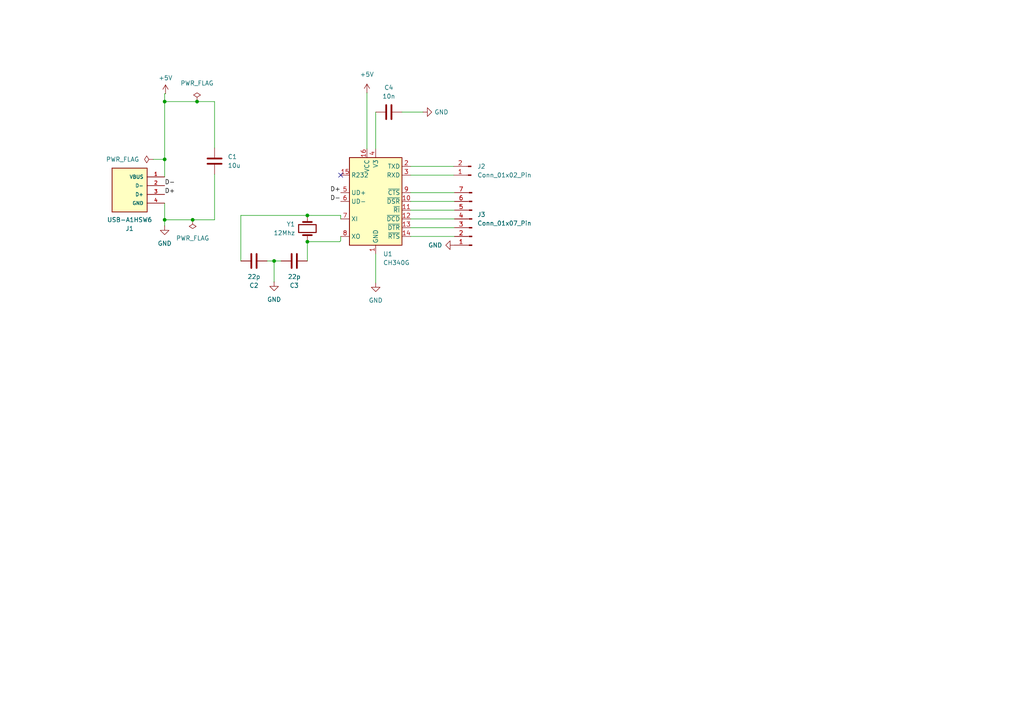
<source format=kicad_sch>
(kicad_sch (version 20250114) (generator "eeschema") (generator_version "9.0")
  (paper "A4")
  (title_block (title "CH340G Interface") (date "2025-09-30") (rev "0.0.0") (company "Primzel Technologies"))
  (lib_symbols
    (symbol "Connector:Conn_01x02_Pin" (pin_names (offset 1.016) (hide yes))
      (property "Reference" "J" (at 0 2.54 0))
      (property "Value" "Conn_01x02_Pin" (at 0 -5.08 0))
      (symbol "Conn_01x02_Pin_1_1"
        (rectangle (start 0.8636 0.127) (end 0 -0.127) (stroke (width 0.1524)) (fill (type outline)))
        (rectangle (start 0.8636 -2.413) (end 0 -2.667) (stroke (width 0.1524)) (fill (type outline)))
        (polyline (pts (xy 1.27 0) (xy 0.8636 0)) (stroke (width 0.1524)))
        (polyline (pts (xy 1.27 -2.54) (xy 0.8636 -2.54)) (stroke (width 0.1524)))
        (pin passive line (at 5.08 0 180) (length 3.81) (name "Pin_1") (number "1"))
        (pin passive line (at 5.08 -2.54 180) (length 3.81) (name "Pin_2") (number "2"))
      )
    )
    (symbol "Connector:Conn_01x07_Pin" (pin_names (offset 1.016) (hide yes))
      (property "Reference" "J" (at 0 10.16 0))
      (property "Value" "Conn_01x07_Pin" (at 0 -10.16 0))
      (symbol "Conn_01x07_Pin_1_1"
        (rectangle (start 0.8636 7.747) (end 0 7.493) (stroke (width 0.1524)) (fill (type outline)))
        (rectangle (start 0.8636 5.207) (end 0 4.953) (stroke (width 0.1524)) (fill (type outline)))
        (rectangle (start 0.8636 2.667) (end 0 2.413) (stroke (width 0.1524)) (fill (type outline)))
        (rectangle (start 0.8636 0.127) (end 0 -0.127) (stroke (width 0.1524)) (fill (type outline)))
        (rectangle (start 0.8636 -2.413) (end 0 -2.667) (stroke (width 0.1524)) (fill (type outline)))
        (rectangle (start 0.8636 -4.953) (end 0 -5.207) (stroke (width 0.1524)) (fill (type outline)))
        (rectangle (start 0.8636 -7.493) (end 0 -7.747) (stroke (width 0.1524)) (fill (type outline)))
        (polyline (pts (xy 1.27 7.62) (xy 0.8636 7.62)) (stroke (width 0.1524)))
        (polyline (pts (xy 1.27 5.08) (xy 0.8636 5.08)) (stroke (width 0.1524)))
        (polyline (pts (xy 1.27 2.54) (xy 0.8636 2.54)) (stroke (width 0.1524)))
        (polyline (pts (xy 1.27 0) (xy 0.8636 0)) (stroke (width 0.1524)))
        (polyline (pts (xy 1.27 -2.54) (xy 0.8636 -2.54)) (stroke (width 0.1524)))
        (polyline (pts (xy 1.27 -5.08) (xy 0.8636 -5.08)) (stroke (width 0.1524)))
        (polyline (pts (xy 1.27 -7.62) (xy 0.8636 -7.62)) (stroke (width 0.1524)))
        (pin passive line (at 5.08 7.62 180) (length 3.81) (name "Pin_1") (number "1"))
        (pin passive line (at 5.08 5.08 180) (length 3.81) (name "Pin_2") (number "2"))
        (pin passive line (at 5.08 2.54 180) (length 3.81) (name "Pin_3") (number "3"))
        (pin passive line (at 5.08 0 180) (length 3.81) (name "Pin_4") (number "4"))
        (pin passive line (at 5.08 -2.54 180) (length 3.81) (name "Pin_5") (number "5"))
        (pin passive line (at 5.08 -5.08 180) (length 3.81) (name "Pin_6") (number "6"))
        (pin passive line (at 5.08 -7.62 180) (length 3.81) (name "Pin_7") (number "7"))
      )
    )
    (symbol "Device:C" (pin_numbers (hide yes)) (pin_names (offset 0.254))
      (property "Reference" "C" (at 0.635 2.54 0))
      (property "Value" "C" (at 0.635 -2.54 0))
      (symbol "C_0_1"
        (polyline (pts (xy -2.032 0.762) (xy 2.032 0.762)) (stroke (width 0.508)))
        (polyline (pts (xy -2.032 -0.762) (xy 2.032 -0.762)) (stroke (width 0.508)))
      )
      (symbol "C_1_1"
        (pin passive line (at 0 3.81 270) (length 2.794) (name "~") (number "1"))
        (pin passive line (at 0 -3.81 90) (length 2.794) (name "~") (number "2"))
      )
    )
    (symbol "Device:Crystal" (pin_numbers (hide yes)) (pin_names (offset 1.016) (hide yes))
      (property "Reference" "Y" (at 0 3.81 0))
      (property "Value" "Crystal" (at 0 -3.81 0))
      (symbol "Crystal_0_1"
        (polyline (pts (xy -2.54 0) (xy -1.905 0)))
        (polyline (pts (xy -1.905 -1.27) (xy -1.905 1.27)) (stroke (width 0.508)))
        (rectangle (start -1.143 2.54) (end 1.143 -2.54) (stroke (width 0.3048)))
        (polyline (pts (xy 1.905 -1.27) (xy 1.905 1.27)) (stroke (width 0.508)))
        (polyline (pts (xy 2.54 0) (xy 1.905 0)))
      )
      (symbol "Crystal_1_1"
        (pin passive line (at -3.81 0 0) (length 1.27) (name "1") (number "1"))
        (pin passive line (at 3.81 0 180) (length 1.27) (name "2") (number "2"))
      )
    )
    (symbol "Interface_USB:CH340G"
      (property "Reference" "U" (at -5.08 13.97 0))
      (property "Value" "CH340G" (at 1.27 13.97 0))
      (symbol "CH340G_0_1"
        (rectangle (start -7.62 12.7) (end 7.62 -12.7) (stroke (width 0.254)) (fill (type background)))
      )
      (symbol "CH340G_1_1"
        (pin input line (at -10.16 7.62 0) (length 2.54) (name "R232") (number "15"))
        (pin bidirectional line (at -10.16 2.54 0) (length 2.54) (name "UD+") (number "5"))
        (pin bidirectional line (at -10.16 0 0) (length 2.54) (name "UD-") (number "6"))
        (pin input line (at -10.16 -5.08 0) (length 2.54) (name "XI") (number "7"))
        (pin output line (at -10.16 -10.16 0) (length 2.54) (name "XO") (number "8"))
        (pin power_in line (at -2.54 15.24 270) (length 2.54) (name "VCC") (number "16"))
        (pin power_out line (at 0 15.24 270) (length 2.54) (name "V3") (number "4"))
        (pin power_in line (at 0 -15.24 90) (length 2.54) (name "GND") (number "1"))
        (pin output line (at 10.16 10.16 180) (length 2.54) (name "TXD") (number "2"))
        (pin input line (at 10.16 7.62 180) (length 2.54) (name "RXD") (number "3"))
        (pin input line (at 10.16 2.54 180) (length 2.54) (name "~{CTS}") (number "9"))
        (pin input line (at 10.16 0 180) (length 2.54) (name "~{DSR}") (number "10"))
        (pin input line (at 10.16 -2.54 180) (length 2.54) (name "~{RI}") (number "11"))
        (pin input line (at 10.16 -5.08 180) (length 2.54) (name "~{DCD}") (number "12"))
        (pin output line (at 10.16 -7.62 180) (length 2.54) (name "~{DTR}") (number "13"))
        (pin output line (at 10.16 -10.16 180) (length 2.54) (name "~{RTS}") (number "14"))
      )
    )
    (symbol "USB-A1HSW6:USB-A1HSW6" (pin_names (offset 1.016))
      (property "Reference" "J" (at -5.0818 8.898 0))
      (property "Value" "USB-A1HSW6" (at -5.0836 -7.6344 0))
      (symbol "USB-A1HSW6_0_0"
        (rectangle (start -5.08 -5.08) (end 5.08 7.62) (stroke (width 0.254)) (fill (type background)))
        (pin power_in line (at -10.16 5.08 0) (length 5.08) (name "VBUS") (number "1"))
        (pin bidirectional line (at -10.16 2.54 0) (length 5.08) (name "D-") (number "2"))
        (pin bidirectional line (at -10.16 0 0) (length 5.08) (name "D+") (number "3"))
        (pin power_in line (at -10.16 -2.54 0) (length 5.08) (name "GND") (number "4"))
      )
    )
    (symbol "power:+5V" (power) (pin_numbers (hide yes)) (pin_names (offset 0) (hide yes))
      (property "Value" "+5V" (at 0 3.556 0))
      (symbol "+5V_0_1"
        (polyline (pts (xy -0.762 1.27) (xy 0 2.54)))
        (polyline (pts (xy 0 2.54) (xy 0.762 1.27)))
        (polyline (pts (xy 0 0) (xy 0 2.54)))
      )
      (symbol "+5V_1_1"
        (pin power_in line (at 0 0 90) (length 0) (name "~") (number "1"))
      )
    )
    (symbol "power:GND" (power) (pin_numbers (hide yes)) (pin_names (offset 0) (hide yes))
      (property "Value" "GND" (at 0 -3.81 0))
      (symbol "GND_0_1"
        (polyline (pts (xy 0 0) (xy 0 -1.27) (xy 1.27 -1.27) (xy 0 -2.54) (xy -1.27 -1.27) (xy 0 -1.27)))
      )
      (symbol "GND_1_1"
        (pin power_in line (at 0 0 270) (length 0) (name "~") (number "1"))
      )
    )
    (symbol "power:PWR_FLAG" (power) (pin_numbers (hide yes)) (pin_names (offset 0) (hide yes))
      (property "Value" "PWR_FLAG" (at 0 3.81 0))
      (symbol "PWR_FLAG_0_0"
        (pin power_out line (at 0 0 90) (length 0) (name "~") (number "1"))
      )
      (symbol "PWR_FLAG_0_1"
        (polyline (pts (xy 0 0) (xy 0 1.27) (xy -1.016 1.905) (xy 0 2.54) (xy 1.016 1.905) (xy 0 1.27)))
      )
    )
  )
  (junction (at 47.752 29.464))
  (junction (at 89.154 62.484))
  (junction (at 57.15 29.464))
  (junction (at 55.88 63.754))
  (junction (at 47.752 46.228))
  (junction (at 89.154 70.104))
  (junction (at 79.502 75.692))
  (junction (at 47.752 63.754))
  (no_connect (at 98.806 50.8))
  (wire (pts (xy 106.426 26.924) (xy 106.426 43.18)))
  (wire (pts (xy 119.126 66.04) (xy 131.826 66.04)))
  (wire (pts (xy 119.126 55.88) (xy 131.826 55.88)))
  (wire (pts (xy 62.23 50.546) (xy 62.23 63.754)))
  (wire (pts (xy 47.752 27.178) (xy 48.006 27.178)))
  (wire (pts (xy 119.126 58.42) (xy 131.826 58.42)))
  (wire (pts (xy 77.47 75.692) (xy 79.502 75.692)))
  (wire (pts (xy 119.126 48.26) (xy 131.572 48.26)))
  (wire (pts (xy 69.85 62.484) (xy 89.154 62.484)))
  (wire (pts (xy 69.85 62.484) (xy 69.85 75.692)))
  (wire (pts (xy 44.45 46.228) (xy 47.752 46.228)))
  (wire (pts (xy 98.806 62.484) (xy 98.806 63.5)))
  (wire (pts (xy 108.966 73.66) (xy 108.966 82.042)))
  (wire (pts (xy 89.154 70.104) (xy 98.552 70.104)))
  (wire (pts (xy 47.752 27.178) (xy 47.752 29.464)))
  (wire (pts (xy 47.752 63.754) (xy 47.752 65.532)))
  (wire (pts (xy 47.752 63.754) (xy 55.88 63.754)))
  (wire (pts (xy 62.23 63.754) (xy 55.88 63.754)))
  (wire (pts (xy 62.23 29.464) (xy 62.23 42.926)))
  (wire (pts (xy 89.154 70.104) (xy 89.154 75.692)))
  (wire (pts (xy 108.966 32.512) (xy 108.966 43.18)))
  (wire (pts (xy 79.502 75.692) (xy 81.534 75.692)))
  (wire (pts (xy 89.154 62.484) (xy 98.806 62.484)))
  (wire (pts (xy 119.126 68.58) (xy 131.826 68.58)))
  (wire (pts (xy 47.752 58.928) (xy 47.752 63.754)))
  (wire (pts (xy 47.752 46.228) (xy 47.752 51.308)))
  (wire (pts (xy 119.126 60.96) (xy 131.826 60.96)))
  (wire (pts (xy 119.126 50.8) (xy 131.572 50.8)))
  (wire (pts (xy 119.126 63.5) (xy 131.826 63.5)))
  (wire (pts (xy 98.552 70.104) (xy 98.806 69.85)))
  (wire (pts (xy 79.502 75.692) (xy 79.502 81.788)))
  (wire (pts (xy 47.752 29.464) (xy 57.15 29.464)))
  (wire (pts (xy 57.15 29.464) (xy 62.23 29.464)))
  (wire (pts (xy 122.682 32.512) (xy 116.586 32.512)))
  (wire (pts (xy 98.806 68.58) (xy 98.806 69.85)))
  (wire (pts (xy 47.752 29.464) (xy 47.752 46.228)))
  (label "D+" (at 98.806 55.88 180))
  (label "D-" (at 98.806 58.42 180))
  (label "D+" (at 47.752 56.388 0))
  (label "D-" (at 47.752 53.848 0))
  (symbol (lib_id "power:+5V") (at 106.426 26.924 0) (unit 1)
    (property "Reference" "#PWR04" (effects (hide yes)))
    (property "Value" "+5V" (at 106.426 21.59 0))
    (property "Description" "Power symbol creates a global label with name \"+5V\"" (effects (hide yes)))
  )
  (symbol (lib_id "Interface_USB:CH340G") (at 108.966 58.42 0) (unit 1)
    (property "Reference" "U1" (at 111.1093 73.66 0) (effects (justify left)))
    (property "Value" "CH340G" (at 111.1093 76.2 0) (effects (justify left)))
    (property "Footprint" "Package_SO:SOIC-16_3.9x9.9mm_P1.27mm" (effects (hide yes)))
    (property "Datasheet" "http://www.datasheet5.com/pdf-local-2195953" (effects (hide yes)))
    (property "Description" "USB serial converter, UART, SOIC-16" (effects (hide yes)))
  )
  (symbol (lib_id "power:GND") (at 108.966 82.042 0) (unit 1)
    (property "Reference" "#PWR05" (effects (hide yes)))
    (property "Value" "GND" (at 108.966 87.122 0))
    (property "Description" "Power symbol creates a global label with name \"GND\" , ground" (effects (hide yes)))
  )
  (symbol (lib_id "power:+5V") (at 48.006 27.178 0) (unit 1)
    (property "Reference" "#PWR02" (effects (hide yes)))
    (property "Value" "+5V" (at 48.006 22.606 0))
    (property "Description" "Power symbol creates a global label with name \"+5V\"" (effects (hide yes)))
  )
  (symbol (lib_id "power:PWR_FLAG") (at 57.15 29.464 0) (unit 1)
    (property "Reference" "#FLG03" (effects (hide yes)))
    (property "Value" "PWR_FLAG" (at 57.15 24.13 0))
    (property "Description" "Special symbol for telling ERC where power comes from" (effects (hide yes)))
  )
  (symbol (lib_id "Device:C") (at 62.23 46.736 0) (unit 1)
    (property "Reference" "C1" (at 66.04 45.4659 0) (effects (justify left)))
    (property "Value" "10u" (at 66.04 48.0059 0) (effects (justify left)))
    (property "Footprint" "Capacitor_THT:CP_Radial_D4.0mm_P2.00mm" (effects (hide yes)))
    (property "Description" "Unpolarized capacitor" (effects (hide yes)))
  )
  (symbol (lib_id "Device:C") (at 112.776 32.512 90) (unit 1)
    (property "Reference" "C4" (at 112.776 25.4 90))
    (property "Value" "10n" (at 112.776 27.94 90))
    (property "Footprint" "Capacitor_THT:C_Disc_D3.0mm_W1.6mm_P2.50mm" (effects (hide yes)))
    (property "Description" "Unpolarized capacitor" (effects (hide yes)))
  )
  (symbol (lib_id "Device:C") (at 85.344 75.692 90) (mirror x) (unit 1)
    (property "Reference" "C3" (at 85.344 82.804 90))
    (property "Value" "22p" (at 85.344 80.264 90))
    (property "Footprint" "Capacitor_THT:C_Disc_D3.0mm_W1.6mm_P2.50mm" (effects (hide yes)))
    (property "Description" "Unpolarized capacitor" (effects (hide yes)))
  )
  (symbol (lib_id "Connector:Conn_01x07_Pin") (at 136.906 63.5 180) (unit 1)
    (property "Reference" "J3" (at 138.43 62.2299 0) (effects (justify right)))
    (property "Value" "Conn_01x07_Pin" (at 138.43 64.7699 0) (effects (justify right)))
    (property "Footprint" "Connector_PinHeader_1.00mm:PinHeader_1x07_P1.00mm_Vertical" (effects (hide yes)))
    (property "Description" "Generic connector, single row, 01x07, script generated" (effects (hide yes)))
  )
  (symbol (lib_id "USB-A1HSW6:USB-A1HSW6") (at 37.592 56.388 0) (mirror y) (unit 1)
    (property "Reference" "J1" (at 37.592 66.294 0))
    (property "Value" "USB-A1HSW6" (at 37.592 63.754 0))
    (property "Footprint" "USB-A1HSW6:OST_USB-A1HSW6" (effects (hide yes)))
    (property "MF" "On Shore" (effects (hide yes)))
    (property "MAXIMUM_PACKAGE_HEIGHT" "7.1 mm" (effects (hide yes)))
    (property "Package" "None" (effects (hide yes)))
    (property "Price" "None" (effects (hide yes)))
    (property "Check_prices" "https://www.snapeda.com/parts/USB-A1HSW6/ON/view-part/?ref=eda" (effects (hide yes)))
    (property "STANDARD" "Manufacturer Recommendations" (effects (hide yes)))
    (property "PARTREV" "A" (effects (hide yes)))
    (property "SnapEDA_Link" "https://www.snapeda.com/parts/USB-A1HSW6/ON/view-part/?ref=snap" (effects (hide yes)))
    (property "MP" "USB-A1HSW6" (effects (hide yes)))
    (property "Description_1" "USB-A (USB TYPE-A) - Receptacle Connector 4 Position Through Hole, Right Angle" (effects (hide yes)))
    (property "Availability" "In Stock" (effects (hide yes)))
    (property "MANUFACTURER" "On Shore" (effects (hide yes)))
  )
  (symbol (lib_id "Device:C") (at 73.66 75.692 90) (mirror x) (unit 1)
    (property "Reference" "C2" (at 73.66 82.804 90))
    (property "Value" "22p" (at 73.66 80.264 90))
    (property "Footprint" "Capacitor_THT:C_Disc_D3.0mm_W1.6mm_P2.50mm" (effects (hide yes)))
    (property "Description" "Unpolarized capacitor" (effects (hide yes)))
  )
  (symbol (lib_id "power:GND") (at 47.752 65.532 0) (unit 1)
    (property "Reference" "#PWR01" (effects (hide yes)))
    (property "Value" "GND" (at 47.752 70.612 0))
    (property "Description" "Power symbol creates a global label with name \"GND\" , ground" (effects (hide yes)))
  )
  (symbol (lib_id "Device:Crystal") (at 89.154 66.294 90) (mirror x) (unit 1)
    (property "Reference" "Y1" (at 85.598 65.0239 90) (effects (justify left)))
    (property "Value" "12Mhz" (at 85.598 67.5639 90) (effects (justify left)))
    (property "Footprint" "Crystal:Crystal_HC18-U_Vertical" (effects (hide yes)))
    (property "Description" "Two pin crystal" (effects (hide yes)))
  )
  (symbol (lib_id "power:PWR_FLAG") (at 55.88 63.754 180) (unit 1)
    (property "Reference" "#FLG02" (effects (hide yes)))
    (property "Value" "PWR_FLAG" (at 55.88 69.088 0))
    (property "Description" "Special symbol for telling ERC where power comes from" (effects (hide yes)))
  )
  (symbol (lib_id "power:PWR_FLAG") (at 44.45 46.228 90) (unit 1)
    (property "Reference" "#FLG01" (effects (hide yes)))
    (property "Value" "PWR_FLAG" (at 40.386 46.2279 90) (effects (justify left)))
    (property "Description" "Special symbol for telling ERC where power comes from" (effects (hide yes)))
  )
  (symbol (lib_id "power:GND") (at 122.682 32.512 90) (mirror x) (unit 1)
    (property "Reference" "#PWR06" (effects (hide yes)))
    (property "Value" "GND" (at 125.984 32.5119 90) (effects (justify right)))
    (property "Description" "Power symbol creates a global label with name \"GND\" , ground" (effects (hide yes)))
  )
  (symbol (lib_id "power:GND") (at 79.502 81.788 0) (unit 1)
    (property "Reference" "#PWR03" (effects (hide yes)))
    (property "Value" "GND" (at 79.502 86.868 0))
    (property "Description" "Power symbol creates a global label with name \"GND\" , ground" (effects (hide yes)))
  )
  (symbol (lib_id "power:GND") (at 131.826 71.12 270) (unit 1)
    (property "Reference" "#PWR07" (effects (hide yes)))
    (property "Value" "GND" (at 128.27 71.1199 90) (effects (justify right)))
    (property "Description" "Power symbol creates a global label with name \"GND\" , ground" (effects (hide yes)))
  )
  (symbol (lib_id "Connector:Conn_01x02_Pin") (at 136.652 50.8 180) (unit 1)
    (property "Reference" "J2" (at 138.43 48.2599 0) (effects (justify right)))
    (property "Value" "Conn_01x02_Pin" (at 138.43 50.7999 0) (effects (justify right)))
    (property "Footprint" "Connector_PinHeader_1.00mm:PinHeader_1x02_P1.00mm_Vertical" (effects (hide yes)))
    (property "Description" "Generic connector, single row, 01x02, script generated" (effects (hide yes)))
  )
)
</source>
